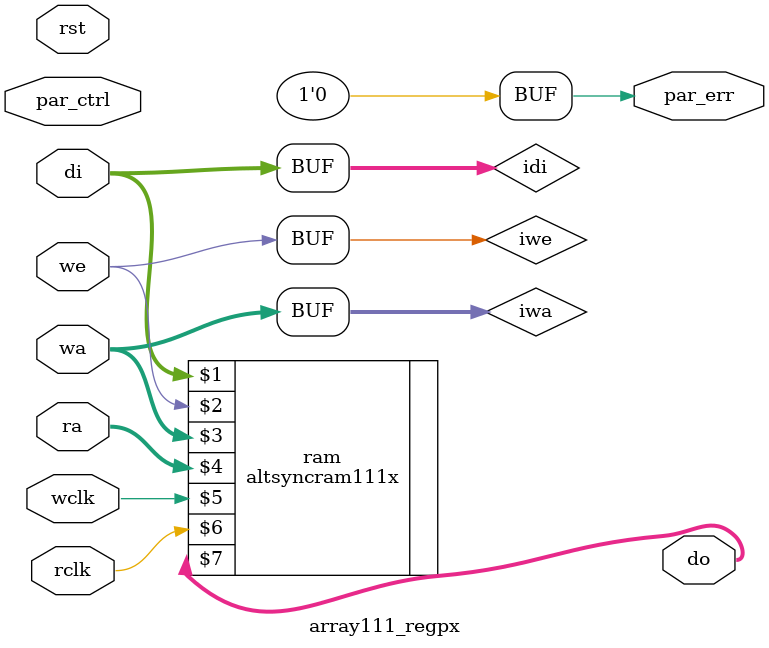
<source format=v>

(* keep_hierarchy = "yes" *) module array111_regpx (rst,wclk,wa,we,di,rclk,ra,do,par_ctrl,par_err);

parameter ADDRBIT = 9;
parameter DEPTH = 512;
parameter WIDTH = 32;
parameter TYPE = "AUTO";
parameter MAXDEPTH = 0;
parameter MEM_RESET = "OFF";
parameter RSTVAL = {WIDTH{1'b0}};
parameter NUMCLK= 1;// 1 is one clock domain, 2 is two clock domain

input               rst;
input               wclk;
input [ADDRBIT-1:0] wa;
input               we;
input [WIDTH-1:0]   di;
input               rclk;
input [ADDRBIT-1:0] ra;
output [WIDTH-1:0]  do;
input [1:0]         par_ctrl;
                //[0]: parity error clear - [1]: Disable parity calculation for testing
output              par_err; // Parity Error Sticky Out
assign              par_err  = 1'b0;

reg [ADDRBIT-1:0]   cnt;
wire [ADDRBIT-1:0]  iwa;
wire                iwe;
wire [WIDTH-1:0]    idi;

generate
    if (MEM_RESET == "ON")
        begin: on_reset
always @(posedge wclk) cnt <= cnt + 1'b1;
assign iwa  = rst ? cnt : wa;
assign iwe  = rst ? 1'b1 : we;
assign idi  = rst ? {WIDTH{1'b0}} : di;
        end
    else
        begin: off_reset
assign iwa  = wa;
assign iwe  = we;
assign idi  = di;
        end
endgenerate

altsyncram111x #(ADDRBIT,DEPTH,WIDTH,TYPE,MAXDEPTH) ram(idi,iwe,iwa,ra,wclk,rclk,do);

endmodule
</source>
